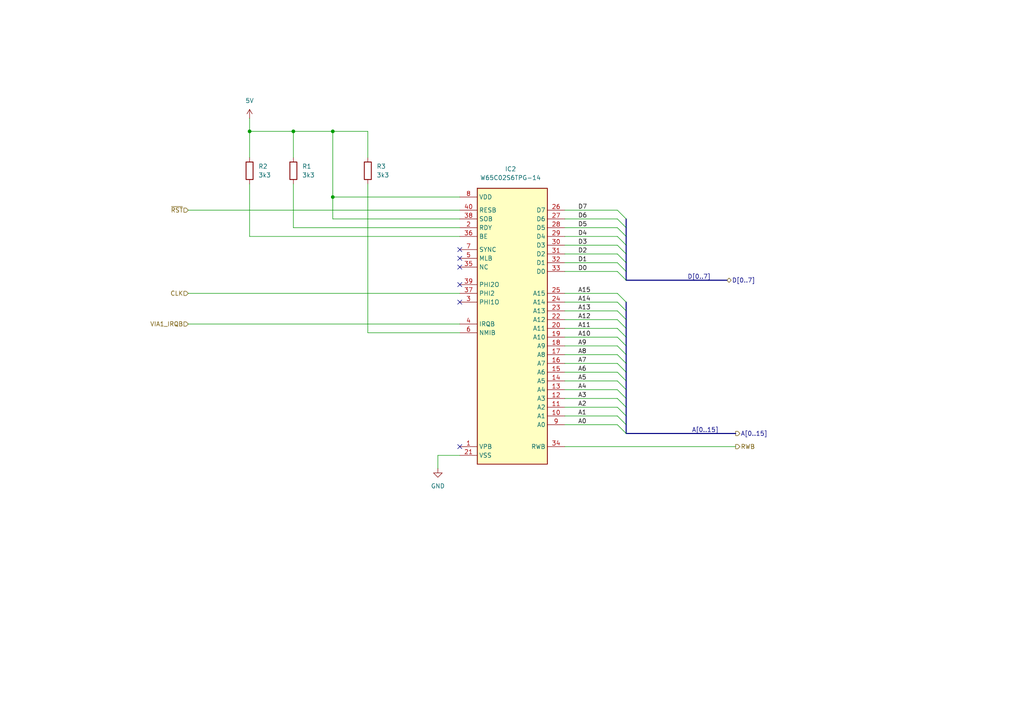
<source format=kicad_sch>
(kicad_sch (version 20231120) (generator "eeschema") (generator_version "8.0")
  (paper "A4")
  (title_block (title "65C02 Single Board Computer") (rev "Proto"))
  (lib_symbols
    (symbol "6502-sbc:W65C02S6TPG-14"
      (property "Reference" "IC2" (at -0.508 39.878 0))
      (property "Value" "W65C02S6TPG-14" (at -0.508 37.338 0))
      (symbol "W65C02S6TPG-14_1_1"
        (rectangle (start -10.16 34.29) (end 10.16 -45.72) (stroke (width 0.254)) (fill (type background)))
        (pin passive line (at -15.24 -40.64 0) (length 5.08) (name "VPB") (number "1"))
        (pin output line (at 15.24 -31.75 180) (length 5.08) (name "A1") (number "10"))
        (pin output line (at 15.24 -29.21 180) (length 5.08) (name "A2") (number "11"))
        (pin output line (at 15.24 -26.67 180) (length 5.08) (name "A3") (number "12"))
        (pin output line (at 15.24 -24.13 180) (length 5.08) (name "A4") (number "13"))
        (pin output line (at 15.24 -21.59 180) (length 5.08) (name "A5") (number "14"))
        (pin output line (at 15.24 -19.05 180) (length 5.08) (name "A6") (number "15"))
        (pin output line (at 15.24 -16.51 180) (length 5.08) (name "A7") (number "16"))
        (pin output line (at 15.24 -13.97 180) (length 5.08) (name "A8") (number "17"))
        (pin output line (at 15.24 -11.43 180) (length 5.08) (name "A9") (number "18"))
        (pin output line (at 15.24 -8.89 180) (length 5.08) (name "A10") (number "19"))
        (pin passive line (at -15.24 22.86 0) (length 5.08) (name "RDY") (number "2"))
        (pin output line (at 15.24 -6.35 180) (length 5.08) (name "A11") (number "20"))
        (pin power_in line (at -15.24 -43.18 0) (length 5.08) (name "VSS") (number "21"))
        (pin output line (at 15.24 -3.81 180) (length 5.08) (name "A12") (number "22"))
        (pin output line (at 15.24 -1.27 180) (length 5.08) (name "A13") (number "23"))
        (pin output line (at 15.24 1.27 180) (length 5.08) (name "A14") (number "24"))
        (pin output line (at 15.24 3.81 180) (length 5.08) (name "A15") (number "25"))
        (pin output line (at 15.24 27.94 180) (length 5.08) (name "D7") (number "26"))
        (pin output line (at 15.24 25.4 180) (length 5.08) (name "D6") (number "27"))
        (pin output line (at 15.24 22.86 180) (length 5.08) (name "D5") (number "28"))
        (pin output line (at 15.24 20.32 180) (length 5.08) (name "D4") (number "29"))
        (pin passive line (at -15.24 1.27 0) (length 5.08) (name "PHI1O") (number "3"))
        (pin output line (at 15.24 17.78 180) (length 5.08) (name "D3") (number "30"))
        (pin output line (at 15.24 15.24 180) (length 5.08) (name "D2") (number "31"))
        (pin output line (at 15.24 12.7 180) (length 5.08) (name "D1") (number "32"))
        (pin output line (at 15.24 10.16 180) (length 5.08) (name "D0") (number "33"))
        (pin output line (at 15.24 -40.64 180) (length 5.08) (name "RWB") (number "34"))
        (pin passive line (at -15.24 11.43 0) (length 5.08) (name "NC") (number "35"))
        (pin passive line (at -15.24 20.32 0) (length 5.08) (name "BE") (number "36"))
        (pin passive line (at -15.24 3.81 0) (length 5.08) (name "PHI2") (number "37"))
        (pin passive line (at -15.24 25.4 0) (length 5.08) (name "SOB") (number "38"))
        (pin passive line (at -15.24 6.35 0) (length 5.08) (name "PHI2O") (number "39"))
        (pin input line (at -15.24 -5.08 0) (length 5.08) (name "IRQB") (number "4"))
        (pin input line (at -15.24 27.94 0) (length 5.08) (name "RESB") (number "40"))
        (pin passive line (at -15.24 13.97 0) (length 5.08) (name "MLB") (number "5"))
        (pin input line (at -15.24 -7.62 0) (length 5.08) (name "NMIB") (number "6"))
        (pin output line (at -15.24 16.51 0) (length 5.08) (name "SYNC") (number "7"))
        (pin power_in line (at -15.24 31.75 0) (length 5.08) (name "VDD") (number "8"))
        (pin output line (at 15.24 -34.29 180) (length 5.08) (name "A0") (number "9"))
      )
    )
    (symbol "Device:R" (pin_numbers hide) (pin_names (offset 0))
      (property "Reference" "R" (at 2.032 0 90))
      (property "Value" "R" (at 0 0 90))
      (symbol "R_0_1"
        (rectangle (start -1.016 -2.54) (end 1.016 2.54) (stroke (width 0.254)))
      )
      (symbol "R_1_1"
        (pin passive line (at 0 3.81 270) (length 1.27) (name "~") (number "1"))
        (pin passive line (at 0 -3.81 90) (length 1.27) (name "~") (number "2"))
      )
    )
    (symbol "power:GND" (power) (pin_numbers hide) (pin_names (offset 0) hide)
      (property "Value" "GND" (at 0 -3.81 0))
      (symbol "GND_0_1"
        (polyline (pts (xy 0 0) (xy 0 -1.27) (xy 1.27 -1.27) (xy 0 -2.54) (xy -1.27 -1.27) (xy 0 -1.27)))
      )
      (symbol "GND_1_1"
        (pin power_in line (at 0 0 270) (length 0) (name "~") (number "1"))
      )
    )
    (symbol "power:VDC" (power) (pin_numbers hide) (pin_names (offset 0) hide)
      (property "Value" "VDC" (at 0 3.556 0))
      (symbol "VDC_0_1"
        (polyline (pts (xy -0.762 1.27) (xy 0 2.54)))
        (polyline (pts (xy 0 0) (xy 0 2.54)))
        (polyline (pts (xy 0 2.54) (xy 0.762 1.27)))
      )
      (symbol "VDC_1_1"
        (pin power_in line (at 0 0 90) (length 0) (name "~") (number "1"))
      )
    )
  )
  (junction (at 85.09 38.1))
  (junction (at 96.52 38.1))
  (junction (at 72.39 38.1))
  (junction (at 96.52 57.15))
  (no_connect (at 133.35 72.39))
  (no_connect (at 133.35 74.93))
  (no_connect (at 133.35 87.63))
  (no_connect (at 133.35 77.47))
  (no_connect (at 133.35 82.55))
  (no_connect (at 133.35 129.54))
  (bus_entry (at 181.61 118.11) (size -2.54 -2.54))
  (bus_entry (at 181.61 73.66) (size -2.54 -2.54))
  (bus_entry (at 181.61 123.19) (size -2.54 -2.54))
  (bus_entry (at 181.61 100.33) (size -2.54 -2.54))
  (bus_entry (at 181.61 90.17) (size -2.54 -2.54))
  (bus_entry (at 181.61 120.65) (size -2.54 -2.54))
  (bus_entry (at 181.61 87.63) (size -2.54 -2.54))
  (bus_entry (at 181.61 115.57) (size -2.54 -2.54))
  (bus_entry (at 181.61 95.25) (size -2.54 -2.54))
  (bus_entry (at 181.61 68.58) (size -2.54 -2.54))
  (bus_entry (at 181.61 71.12) (size -2.54 -2.54))
  (bus_entry (at 181.61 125.73) (size -2.54 -2.54))
  (bus_entry (at 181.61 63.5) (size -2.54 -2.54))
  (bus_entry (at 181.61 105.41) (size -2.54 -2.54))
  (bus_entry (at 181.61 76.2) (size -2.54 -2.54))
  (bus_entry (at 181.61 102.87) (size -2.54 -2.54))
  (bus_entry (at 181.61 113.03) (size -2.54 -2.54))
  (bus_entry (at 181.61 66.04) (size -2.54 -2.54))
  (bus_entry (at 181.61 97.79) (size -2.54 -2.54))
  (bus_entry (at 181.61 110.49) (size -2.54 -2.54))
  (bus_entry (at 181.61 107.95) (size -2.54 -2.54))
  (bus_entry (at 181.61 92.71) (size -2.54 -2.54))
  (bus_entry (at 181.61 81.28) (size -2.54 -2.54))
  (bus_entry (at 181.61 78.74) (size -2.54 -2.54))
  (wire (pts (xy 54.61 93.98) (xy 133.35 93.98)))
  (wire (pts (xy 163.83 95.25) (xy 179.07 95.25)))
  (wire (pts (xy 163.83 78.74) (xy 179.07 78.74)))
  (wire (pts (xy 163.83 118.11) (xy 179.07 118.11)))
  (bus (pts (xy 181.61 105.41) (xy 181.61 107.95)))
  (bus (pts (xy 181.61 68.58) (xy 181.61 71.12)))
  (wire (pts (xy 106.68 38.1) (xy 106.68 45.72)))
  (wire (pts (xy 85.09 38.1) (xy 85.09 45.72)))
  (wire (pts (xy 163.83 85.09) (xy 179.07 85.09)))
  (bus (pts (xy 181.61 110.49) (xy 181.61 113.03)))
  (wire (pts (xy 163.83 63.5) (xy 179.07 63.5)))
  (wire (pts (xy 96.52 57.15) (xy 133.35 57.15)))
  (wire (pts (xy 85.09 38.1) (xy 96.52 38.1)))
  (wire (pts (xy 96.52 38.1) (xy 106.68 38.1)))
  (bus (pts (xy 181.61 87.63) (xy 181.61 90.17)))
  (wire (pts (xy 163.83 107.95) (xy 179.07 107.95)))
  (wire (pts (xy 72.39 68.58) (xy 72.39 53.34)))
  (bus (pts (xy 181.61 95.25) (xy 181.61 97.79)))
  (wire (pts (xy 163.83 60.96) (xy 179.07 60.96)))
  (wire (pts (xy 133.35 66.04) (xy 85.09 66.04)))
  (bus (pts (xy 181.61 102.87) (xy 181.61 105.41)))
  (wire (pts (xy 133.35 68.58) (xy 72.39 68.58)))
  (wire (pts (xy 163.83 90.17) (xy 179.07 90.17)))
  (bus (pts (xy 181.61 71.12) (xy 181.61 73.66)))
  (bus (pts (xy 181.61 63.5) (xy 181.61 66.04)))
  (wire (pts (xy 163.83 102.87) (xy 179.07 102.87)))
  (bus (pts (xy 181.61 123.19) (xy 181.61 125.73)))
  (bus (pts (xy 181.61 81.28) (xy 210.82 81.28)))
  (bus (pts (xy 181.61 73.66) (xy 181.61 76.2)))
  (bus (pts (xy 181.61 107.95) (xy 181.61 110.49)))
  (bus (pts (xy 181.61 90.17) (xy 181.61 92.71)))
  (wire (pts (xy 96.52 57.15) (xy 96.52 63.5)))
  (bus (pts (xy 181.61 76.2) (xy 181.61 78.74)))
  (wire (pts (xy 163.83 97.79) (xy 179.07 97.79)))
  (wire (pts (xy 72.39 38.1) (xy 72.39 45.72)))
  (bus (pts (xy 181.61 100.33) (xy 181.61 102.87)))
  (wire (pts (xy 96.52 38.1) (xy 96.52 57.15)))
  (wire (pts (xy 127 132.08) (xy 127 135.89)))
  (bus (pts (xy 181.61 118.11) (xy 181.61 120.65)))
  (wire (pts (xy 72.39 34.29) (xy 72.39 38.1)))
  (wire (pts (xy 163.83 92.71) (xy 179.07 92.71)))
  (wire (pts (xy 163.83 87.63) (xy 179.07 87.63)))
  (wire (pts (xy 163.83 120.65) (xy 179.07 120.65)))
  (wire (pts (xy 163.83 123.19) (xy 179.07 123.19)))
  (wire (pts (xy 85.09 66.04) (xy 85.09 53.34)))
  (wire (pts (xy 85.09 38.1) (xy 72.39 38.1)))
  (wire (pts (xy 163.83 105.41) (xy 179.07 105.41)))
  (wire (pts (xy 163.83 115.57) (xy 179.07 115.57)))
  (wire (pts (xy 106.68 96.52) (xy 133.35 96.52)))
  (wire (pts (xy 133.35 132.08) (xy 127 132.08)))
  (bus (pts (xy 181.61 125.73) (xy 213.36 125.73)))
  (wire (pts (xy 163.83 68.58) (xy 179.07 68.58)))
  (wire (pts (xy 163.83 66.04) (xy 179.07 66.04)))
  (wire (pts (xy 163.83 129.54) (xy 213.36 129.54)))
  (wire (pts (xy 163.83 76.2) (xy 179.07 76.2)))
  (bus (pts (xy 181.61 115.57) (xy 181.61 118.11)))
  (bus (pts (xy 181.61 97.79) (xy 181.61 100.33)))
  (wire (pts (xy 163.83 100.33) (xy 179.07 100.33)))
  (wire (pts (xy 96.52 63.5) (xy 133.35 63.5)))
  (wire (pts (xy 54.61 85.09) (xy 133.35 85.09)))
  (wire (pts (xy 54.61 60.96) (xy 133.35 60.96)))
  (bus (pts (xy 181.61 78.74) (xy 181.61 81.28)))
  (wire (pts (xy 163.83 73.66) (xy 179.07 73.66)))
  (bus (pts (xy 181.61 92.71) (xy 181.61 95.25)))
  (wire (pts (xy 106.68 53.34) (xy 106.68 96.52)))
  (wire (pts (xy 163.83 71.12) (xy 179.07 71.12)))
  (bus (pts (xy 181.61 113.03) (xy 181.61 115.57)))
  (wire (pts (xy 163.83 113.03) (xy 179.07 113.03)))
  (wire (pts (xy 163.83 110.49) (xy 179.07 110.49)))
  (bus (pts (xy 181.61 66.04) (xy 181.61 68.58)))
  (bus (pts (xy 181.61 120.65) (xy 181.61 123.19)))
  (label "A12" (at 167.64 92.71 0))
  (label "A0" (at 167.64 123.19 0))
  (label "A1" (at 167.64 120.65 0))
  (label "D0" (at 167.64 78.74 0))
  (label "A14" (at 167.64 87.63 0))
  (label "A11" (at 167.64 95.25 0))
  (label "A[0..15]" (at 200.66 125.73 0))
  (label "D1" (at 167.64 76.2 0))
  (label "A13" (at 167.64 90.17 0))
  (label "D3" (at 167.64 71.12 0))
  (label "D2" (at 167.64 73.66 0))
  (label "A7" (at 167.64 105.41 0))
  (label "A4" (at 167.64 113.03 0))
  (label "A3" (at 167.64 115.57 0))
  (label "D5" (at 167.64 66.04 0))
  (label "A5" (at 167.64 110.49 0))
  (label "D6" (at 167.64 63.5 0))
  (label "A10" (at 167.64 97.79 0))
  (label "D7" (at 167.64 60.96 0))
  (label "D[0..7]" (at 199.39 81.28 0))
  (label "A9" (at 167.64 100.33 0))
  (label "A2" (at 167.64 118.11 0))
  (label "A8" (at 167.64 102.87 0))
  (label "D4" (at 167.64 68.58 0))
  (label "A6" (at 167.64 107.95 0))
  (label "A15" (at 167.64 85.09 0))
  (hierarchical_label "A[0..15]" (shape output) (at 213.36 125.73 0))
  (hierarchical_label "CLK" (shape input) (at 54.61 85.09 180))
  (hierarchical_label "D[0..7]" (shape bidirectional) (at 210.82 81.28 0))
  (hierarchical_label "RWB" (shape output) (at 213.36 129.54 0))
  (hierarchical_label "~{RST}" (shape input) (at 54.61 60.96 180))
  (hierarchical_label "VIA1_IRQB" (shape input) (at 54.61 93.98 180))
  (symbol (lib_id "6502-sbc:W65C02S6TPG-14") (at 148.59 88.9 0) (unit 1)
    (property "Reference" "IC2" (at 148.082 49.022 0))
    (property "Value" "W65C02S6TPG-14" (at 148.082 51.562 0))
    (property "Footprint" "DIP1524W56P254L5207H508Q40N" (effects (hide yes)))
    (property "Datasheet" "https://componentsearchengine.com/Datasheets/1/W65C02S6TPG-14.pdf" (effects (hide yes)))
    (property "Description" "Microprocessors - MPU 8-bit Microprocessor" (effects (hide yes)))
    (property "Height" "5.08" (effects (hide yes)))
    (property "Mouser Part Number" "955-W65C02S6TPG-14" (effects (hide yes)))
    (property "Mouser Price/Stock" "https://www.mouser.co.uk/ProductDetail/Western-Design-Center-WDC/W65C02S6TPG-14?qs=opBjA1TV903lvWo9AEKH5w%3D%3D" (effects (hide yes)))
    (property "Manufacturer_Name" "Western Design Center (WDC)" (effects (hide yes)))
    (property "Manufacturer_Part_Number" "W65C02S6TPG-14" (effects (hide yes)))
  )
  (symbol (lib_id "Device:R") (at 72.39 49.53 0) (unit 1)
    (property "Reference" "R2" (at 74.93 48.2599 0) (effects (justify left)))
    (property "Value" "3k3" (at 74.93 50.7999 0) (effects (justify left)))
    (property "Description" "Resistor" (effects (hide yes)))
  )
  (symbol (lib_id "power:GND") (at 127 135.89 0) (unit 1)
    (property "Reference" "#PWR07" (effects (hide yes)))
    (property "Value" "GND" (at 127 140.97 0))
    (property "Description" "Power symbol creates a global label with name \"GND\" , ground" (effects (hide yes)))
  )
  (symbol (lib_id "Device:R") (at 106.68 49.53 0) (unit 1)
    (property "Reference" "R3" (at 109.22 48.2599 0) (effects (justify left)))
    (property "Value" "3k3" (at 109.22 50.7999 0) (effects (justify left)))
    (property "Description" "Resistor" (effects (hide yes)))
  )
  (symbol (lib_id "Device:R") (at 85.09 49.53 0) (unit 1)
    (property "Reference" "R1" (at 87.63 48.2599 0) (effects (justify left)))
    (property "Value" "3k3" (at 87.63 50.7999 0) (effects (justify left)))
    (property "Description" "Resistor" (effects (hide yes)))
  )
  (symbol (lib_id "power:VDC") (at 72.39 34.29 0) (unit 1)
    (property "Reference" "#PWR06" (effects (hide yes)))
    (property "Value" "5V" (at 72.39 29.21 0))
    (property "Description" "Power symbol creates a global label with name \"VDC\"" (effects (hide yes)))
  )
)
</source>
